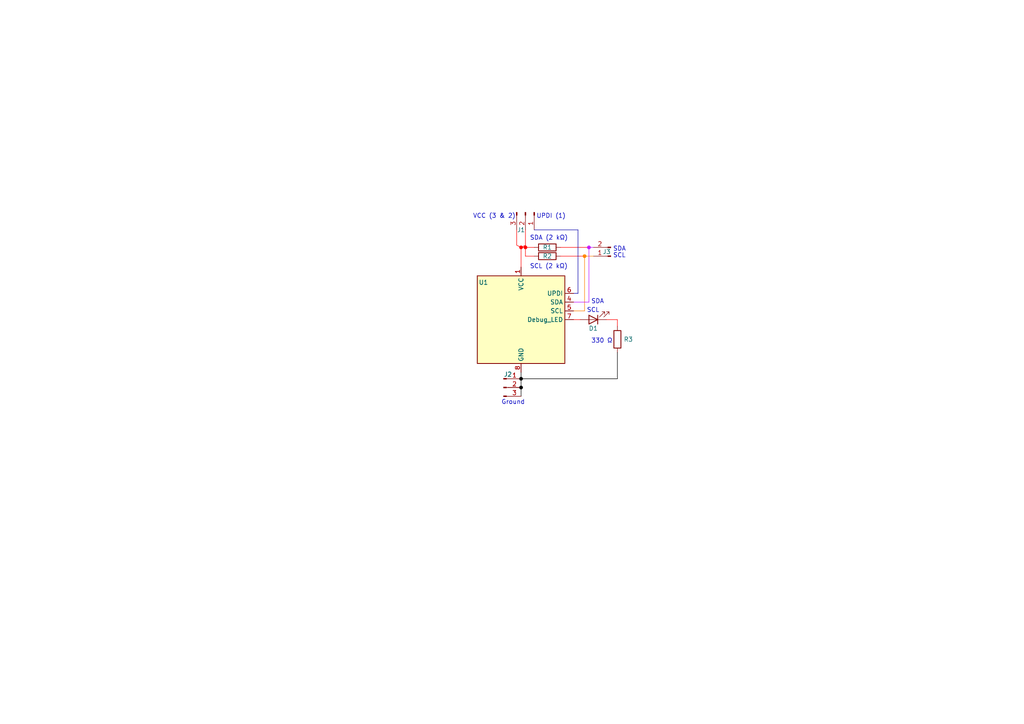
<source format=kicad_sch>
(kicad_sch (version 20211123) (generator eeschema)
  (paper "A4")
  (lib_symbols
    (symbol "Connector:Conn_01x02_Male" (pin_names (offset 1.016) hide)
      (property "Reference" "J" (at 0 2.54 0))
      (property "Value" "Conn_01x02_Male" (at 0 -5.08 0))
      (symbol "Conn_01x02_Male_1_1"
        (polyline (pts (xy 1.27 -2.54) (xy 0.8636 -2.54)) (stroke (width 0.1524)))
        (polyline (pts (xy 1.27 0) (xy 0.8636 0)) (stroke (width 0.1524)))
        (rectangle (start 0.8636 -2.413) (end 0 -2.667) (stroke (width 0.1524)) (fill (type outline)))
        (rectangle (start 0.8636 0.127) (end 0 -0.127) (stroke (width 0.1524)) (fill (type outline)))
        (pin passive line (at 5.08 0 180) (length 3.81) (name "Pin_1") (number "1"))
        (pin passive line (at 5.08 -2.54 180) (length 3.81) (name "Pin_2") (number "2"))
      )
    )
    (symbol "Connector:Conn_01x03_Male" (pin_names (offset 1.016) hide)
      (property "Reference" "J" (at 0 5.08 0))
      (property "Value" "Conn_01x03_Male" (at 0 -5.08 0))
      (symbol "Conn_01x03_Male_1_1"
        (polyline (pts (xy 1.27 -2.54) (xy 0.8636 -2.54)) (stroke (width 0.1524)))
        (polyline (pts (xy 1.27 0) (xy 0.8636 0)) (stroke (width 0.1524)))
        (polyline (pts (xy 1.27 2.54) (xy 0.8636 2.54)) (stroke (width 0.1524)))
        (rectangle (start 0.8636 -2.413) (end 0 -2.667) (stroke (width 0.1524)) (fill (type outline)))
        (rectangle (start 0.8636 0.127) (end 0 -0.127) (stroke (width 0.1524)) (fill (type outline)))
        (rectangle (start 0.8636 2.667) (end 0 2.413) (stroke (width 0.1524)) (fill (type outline)))
        (pin passive line (at 5.08 2.54 180) (length 3.81) (name "Pin_1") (number "1"))
        (pin passive line (at 5.08 0 180) (length 3.81) (name "Pin_2") (number "2"))
        (pin passive line (at 5.08 -2.54 180) (length 3.81) (name "Pin_3") (number "3"))
      )
    )
    (symbol "Device:LED" (pin_numbers hide) (pin_names (offset 1.016) hide)
      (property "Reference" "D" (at 0 2.54 0))
      (property "Value" "LED" (at 0 -2.54 0))
      (symbol "LED_0_1"
        (polyline (pts (xy -1.27 -1.27) (xy -1.27 1.27)) (stroke (width 0.254)))
        (polyline (pts (xy -1.27 0) (xy 1.27 0)))
        (polyline (pts (xy 1.27 -1.27) (xy 1.27 1.27) (xy -1.27 0) (xy 1.27 -1.27)) (stroke (width 0.254)))
        (polyline (pts (xy -3.048 -0.762) (xy -4.572 -2.286) (xy -3.81 -2.286) (xy -4.572 -2.286) (xy -4.572 -1.524)))
        (polyline (pts (xy -1.778 -0.762) (xy -3.302 -2.286) (xy -2.54 -2.286) (xy -3.302 -2.286) (xy -3.302 -1.524)))
      )
      (symbol "LED_1_1"
        (pin passive line (at -3.81 0 0) (length 2.54) (name "K") (number "1"))
        (pin passive line (at 3.81 0 180) (length 2.54) (name "A") (number "2"))
      )
    )
    (symbol "Device:R" (pin_numbers hide) (pin_names (offset 0))
      (property "Reference" "R" (at 2.032 0 90))
      (property "Value" "R" (at 0 0 90))
      (symbol "R_0_1"
        (rectangle (start -1.016 -2.54) (end 1.016 2.54) (stroke (width 0.254)))
      )
      (symbol "R_1_1"
        (pin passive line (at 0 3.81 270) (length 1.27) (name "~") (number "1"))
        (pin passive line (at 0 -3.81 90) (length 1.27) (name "~") (number "2"))
      )
    )
    (symbol "MCU_Microchip_ATtiny:ATtiny412-SS"
      (property "Reference" "U1" (at -9.525 10.795 0))
      (symbol "ATtiny412-SS_0_1"
        (rectangle (start -12.7 -12.7) (end 12.7 12.7) (stroke (width 0.254)) (fill (type background)))
      )
      (symbol "ATtiny412-SS_1_1"
        (pin power_in line (at 0 15.24 270) (length 2.54) (name "VCC") (number "1"))
        (pin no_connect line (at 15.24 -2.54 180) (length 2.54) hide (name "PA6") (number "2"))
        (pin no_connect line (at 15.24 -5.08 180) (length 2.54) hide (name "PA7") (number "3"))
        (pin bidirectional line (at 15.24 5.08 180) (length 2.54) (name "SDA") (number "4"))
        (pin bidirectional line (at 15.24 2.54 180) (length 2.54) (name "SCL") (number "5"))
        (pin input line (at 15.24 7.62 180) (length 2.54) (name "UPDI") (number "6"))
        (pin output line (at 15.24 0 180) (length 2.54) (name "Debug_LED") (number "7"))
        (pin power_in line (at 0 -15.24 90) (length 2.54) (name "GND") (number "8"))
      )
    )
  )
  (junction (at 151.13 112.395) (color 0 0 0 1))
  (junction (at 170.815 71.755) (color 189 20 255 1))
  (junction (at 152.4 71.755) (color 253 0 0 1))
  (junction (at 151.13 71.755) (color 253 0 0 1))
  (junction (at 151.13 109.855) (color 0 0 0 1))
  (junction (at 169.545 74.295) (color 255 126 0 1))
  (wire (pts (xy 154.94 74.295) (xy 152.4 74.295)) (stroke (width 0) (color 255 0 0 1)))
  (wire (pts (xy 152.4 71.755) (xy 154.94 71.755)) (stroke (width 0) (color 255 0 0 1)))
  (wire (pts (xy 169.545 90.17) (xy 169.545 74.295)) (stroke (width 0) (color 255 126 0 1)))
  (wire (pts (xy 179.07 102.235) (xy 179.07 109.855)) (stroke (width 0) (color 0 0 0 1)))
  (wire (pts (xy 167.64 85.09) (xy 167.64 66.675)) (stroke (width 0) (color 3 0 170 1)))
  (wire (pts (xy 166.37 92.71) (xy 168.275 92.71)) (stroke (width 0) (color 255 0 0 1)))
  (wire (pts (xy 151.13 112.395) (xy 151.13 114.935)) (stroke (width 0) (color 0 0 0 1)))
  (wire (pts (xy 179.07 109.855) (xy 151.13 109.855)) (stroke (width 0) (color 0 0 0 1)))
  (wire (pts (xy 179.07 92.71) (xy 179.07 94.615)) (stroke (width 0) (color 255 0 0 1)))
  (wire (pts (xy 175.895 92.71) (xy 179.07 92.71)) (stroke (width 0) (color 255 0 0 1)))
  (wire (pts (xy 151.13 109.855) (xy 151.13 112.395)) (stroke (width 0) (color 0 0 0 1)))
  (wire (pts (xy 151.13 71.755) (xy 149.86 71.12)) (stroke (width 0) (color 255 0 0 1)))
  (wire (pts (xy 152.4 71.12) (xy 151.13 71.755)) (stroke (width 0) (color 255 0 0 1)))
  (wire (pts (xy 166.37 87.63) (xy 170.815 87.63)) (stroke (width 0) (color 189 20 255 1)))
  (wire (pts (xy 149.86 71.12) (xy 149.86 66.675)) (stroke (width 0) (color 255 0 0 1)))
  (wire (pts (xy 151.13 71.755) (xy 152.4 71.755)) (stroke (width 0) (color 255 0 0 1)))
  (wire (pts (xy 152.4 66.675) (xy 152.4 71.12)) (stroke (width 0) (color 255 0 0 1)))
  (wire (pts (xy 169.545 74.295) (xy 172.085 74.295)) (stroke (width 0) (color 255 126 0 1)))
  (wire (pts (xy 167.64 66.675) (xy 154.94 66.675)) (stroke (width 0) (color 3 0 170 1)))
  (wire (pts (xy 170.815 71.755) (xy 162.56 71.755)) (stroke (width 0) (color 255 0 0 1)))
  (wire (pts (xy 151.13 71.755) (xy 151.13 77.47)) (stroke (width 0) (color 255 0 0 1)))
  (wire (pts (xy 170.815 71.755) (xy 172.085 71.755)) (stroke (width 0) (color 189 20 255 1)))
  (wire (pts (xy 151.13 107.95) (xy 151.13 109.855)) (stroke (width 0) (color 0 0 0 1)))
  (wire (pts (xy 169.545 74.295) (xy 162.56 74.295)) (stroke (width 0) (color 255 0 0 1)))
  (wire (pts (xy 166.37 90.17) (xy 169.545 90.17)) (stroke (width 0) (color 255 126 0 1)))
  (wire (pts (xy 166.37 85.09) (xy 167.64 85.09)) (stroke (width 0) (color 3 0 170 1)))
  (wire (pts (xy 152.4 74.295) (xy 152.4 71.755)) (stroke (width 0) (color 255 0 0 1)))
  (wire (pts (xy 170.815 87.63) (xy 170.815 71.755)) (stroke (width 0) (color 189 20 255 1)))
  (text "SCL" (at 177.8 74.93 0) (effects (font (size 1.27 1.27)) (justify left bottom)))
  (text "VCC (3 & 2)" (at 137.16 63.5 0) (effects (font (size 1.27 1.27)) (justify left bottom)))
  (text "SDA (2 kΩ)" (at 153.67 69.85 0) (effects (font (size 1.27 1.27)) (justify left bottom)))
  (text "SDA" (at 171.45 88.265 0) (effects (font (size 1.27 1.27)) (justify left bottom)))
  (text "SCL" (at 170.18 90.805 0) (effects (font (size 1.27 1.27)) (justify left bottom)))
  (text "UPDI (1)" (at 155.575 63.5 0) (effects (font (size 1.27 1.27)) (justify left bottom)))
  (text "Ground" (at 145.415 117.475 0) (effects (font (size 1.27 1.27)) (justify left bottom)))
  (text "SCL (2 kΩ)" (at 153.67 78.105 0) (effects (font (size 1.27 1.27)) (justify left bottom)))
  (text "SDA" (at 177.8 73.025 0) (effects (font (size 1.27 1.27)) (justify left bottom)))
  (text "330 Ω" (at 171.45 99.695 0) (effects (font (size 1.27 1.27)) (justify left bottom)))
  (symbol (lib_id "Device:LED") (at 172.085 92.71 180) (unit 1)
    (property "Reference" "D1" (at 172.085 95.25 0))
    (property "Value" "LED" (effects hide))
    (property "Footprint" "LED_SMD:LED_2010_5025Metric_Pad1.52x2.65mm_HandSolder" (effects hide))
  )
  (symbol (lib_id "Connector:Conn_01x02_Male") (at 177.165 74.295 180) (unit 1)
    (property "Reference" "J3" (at 177.165 73.025 0) (effects (justify left)))
    (property "Value" "Conn_01x02_Male" (effects hide))
    (property "Footprint" "Connector_PinHeader_1.00mm:PinHeader_1x02_P1.00mm_Vertical_SMD_Pin1Left" (effects hide))
  )
  (symbol (lib_id "Device:R") (at 179.07 98.425 0) (unit 1)
    (property "Reference" "R3" (at 182.245 98.425 0))
    (property "Value" "R" (effects hide))
    (property "Footprint" "Resistor_SMD:R_1206_3216Metric_Pad1.30x1.75mm_HandSolder" (effects hide))
  )
  (symbol (lib_id "Device:R") (at 158.75 71.755 270) (unit 1)
    (property "Reference" "R1" (at 158.75 71.755 90))
    (property "Value" "R" (effects hide))
    (property "Footprint" "Resistor_SMD:R_1206_3216Metric_Pad1.30x1.75mm_HandSolder" (effects hide))
  )
  (symbol (lib_id "Connector:Conn_01x03_Male") (at 152.4 61.595 270) (unit 1)
    (property "Reference" "J1" (at 151.13 66.675 90))
    (property "Value" "Conn_01x03_Male" (effects hide))
    (property "Footprint" "Connector_PinHeader_1.00mm:PinHeader_1x03_P1.00mm_Vertical_SMD_Pin1Left" (effects hide))
  )
  (symbol (lib_id "Device:R") (at 158.75 74.295 270) (unit 1)
    (property "Reference" "R2" (at 158.75 74.295 90))
    (property "Value" "R" (effects hide))
    (property "Footprint" "Resistor_SMD:R_1206_3216Metric_Pad1.30x1.75mm_HandSolder" (effects hide))
  )
  (symbol (lib_id "Connector:Conn_01x03_Male") (at 146.05 112.395 0) (unit 1)
    (property "Reference" "J2" (at 147.32 108.585 0))
    (property "Value" "Conn_01x03_Male" (effects hide))
    (property "Footprint" "Connector_PinHeader_1.00mm:PinHeader_1x03_P1.00mm_Vertical_SMD_Pin1Left" (effects hide))
  )
  (symbol (lib_id "MCU_Microchip_ATtiny:ATtiny412-SS") (at 151.13 92.71 0) (unit 1)
    (property "Reference" "U1" (at 141.605 81.915 0) (effects (justify right)))
    (property "Value" "ATtiny412-SS" (effects hide))
    (property "Footprint" "Package_SO:SOIC-8_3.9x4.9mm_P1.27mm" (effects hide))
    (property "Datasheet" "http://ww1.microchip.com/downloads/en/DeviceDoc/40001911A.pdf" (effects hide))
  )
)
</source>
